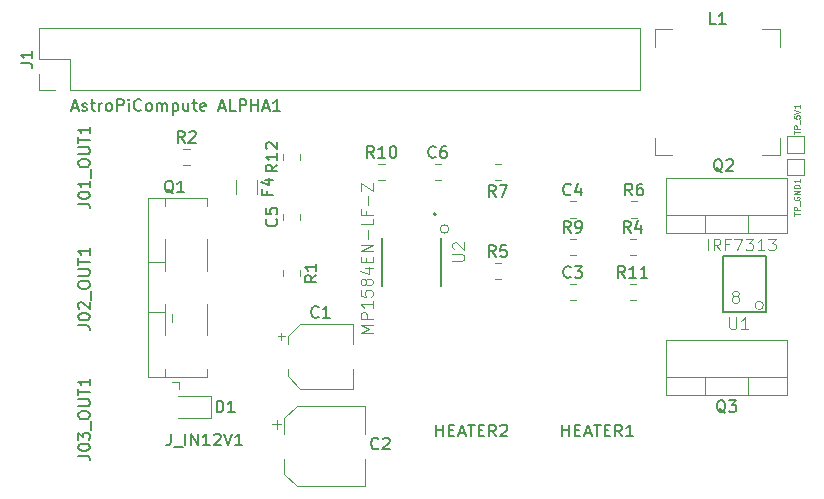
<source format=gbr>
G04 #@! TF.GenerationSoftware,KiCad,Pcbnew,5.1.4+dfsg1-1*
G04 #@! TF.CreationDate,2020-02-08T14:29:18+01:00*
G04 #@! TF.ProjectId,AstriPiCompute,41737472-6950-4694-936f-6d707574652e,rev?*
G04 #@! TF.SameCoordinates,Original*
G04 #@! TF.FileFunction,Legend,Top*
G04 #@! TF.FilePolarity,Positive*
%FSLAX46Y46*%
G04 Gerber Fmt 4.6, Leading zero omitted, Abs format (unit mm)*
G04 Created by KiCad (PCBNEW 5.1.4+dfsg1-1) date 2020-02-08 14:29:18*
%MOMM*%
%LPD*%
G04 APERTURE LIST*
%ADD10C,0.150000*%
%ADD11C,0.120000*%
%ADD12C,0.127000*%
%ADD13C,0.050800*%
%ADD14C,0.200000*%
%ADD15C,0.050000*%
G04 APERTURE END LIST*
D10*
X4017476Y-8929666D02*
X4493666Y-8929666D01*
X3922238Y-9215380D02*
X4255571Y-8215380D01*
X4588904Y-9215380D01*
X4874619Y-9167761D02*
X4969857Y-9215380D01*
X5160333Y-9215380D01*
X5255571Y-9167761D01*
X5303190Y-9072523D01*
X5303190Y-9024904D01*
X5255571Y-8929666D01*
X5160333Y-8882047D01*
X5017476Y-8882047D01*
X4922238Y-8834428D01*
X4874619Y-8739190D01*
X4874619Y-8691571D01*
X4922238Y-8596333D01*
X5017476Y-8548714D01*
X5160333Y-8548714D01*
X5255571Y-8596333D01*
X5588904Y-8548714D02*
X5969857Y-8548714D01*
X5731761Y-8215380D02*
X5731761Y-9072523D01*
X5779380Y-9167761D01*
X5874619Y-9215380D01*
X5969857Y-9215380D01*
X6303190Y-9215380D02*
X6303190Y-8548714D01*
X6303190Y-8739190D02*
X6350809Y-8643952D01*
X6398428Y-8596333D01*
X6493666Y-8548714D01*
X6588904Y-8548714D01*
X7065095Y-9215380D02*
X6969857Y-9167761D01*
X6922238Y-9120142D01*
X6874619Y-9024904D01*
X6874619Y-8739190D01*
X6922238Y-8643952D01*
X6969857Y-8596333D01*
X7065095Y-8548714D01*
X7207952Y-8548714D01*
X7303190Y-8596333D01*
X7350809Y-8643952D01*
X7398428Y-8739190D01*
X7398428Y-9024904D01*
X7350809Y-9120142D01*
X7303190Y-9167761D01*
X7207952Y-9215380D01*
X7065095Y-9215380D01*
X7826999Y-9215380D02*
X7826999Y-8215380D01*
X8207952Y-8215380D01*
X8303190Y-8263000D01*
X8350809Y-8310619D01*
X8398428Y-8405857D01*
X8398428Y-8548714D01*
X8350809Y-8643952D01*
X8303190Y-8691571D01*
X8207952Y-8739190D01*
X7826999Y-8739190D01*
X8826999Y-9215380D02*
X8826999Y-8548714D01*
X8826999Y-8215380D02*
X8779380Y-8263000D01*
X8826999Y-8310619D01*
X8874619Y-8263000D01*
X8826999Y-8215380D01*
X8826999Y-8310619D01*
X9874619Y-9120142D02*
X9826999Y-9167761D01*
X9684142Y-9215380D01*
X9588904Y-9215380D01*
X9446047Y-9167761D01*
X9350809Y-9072523D01*
X9303190Y-8977285D01*
X9255571Y-8786809D01*
X9255571Y-8643952D01*
X9303190Y-8453476D01*
X9350809Y-8358238D01*
X9446047Y-8263000D01*
X9588904Y-8215380D01*
X9684142Y-8215380D01*
X9826999Y-8263000D01*
X9874619Y-8310619D01*
X10446047Y-9215380D02*
X10350809Y-9167761D01*
X10303190Y-9120142D01*
X10255571Y-9024904D01*
X10255571Y-8739190D01*
X10303190Y-8643952D01*
X10350809Y-8596333D01*
X10446047Y-8548714D01*
X10588904Y-8548714D01*
X10684142Y-8596333D01*
X10731761Y-8643952D01*
X10779380Y-8739190D01*
X10779380Y-9024904D01*
X10731761Y-9120142D01*
X10684142Y-9167761D01*
X10588904Y-9215380D01*
X10446047Y-9215380D01*
X11207952Y-9215380D02*
X11207952Y-8548714D01*
X11207952Y-8643952D02*
X11255571Y-8596333D01*
X11350809Y-8548714D01*
X11493666Y-8548714D01*
X11588904Y-8596333D01*
X11636523Y-8691571D01*
X11636523Y-9215380D01*
X11636523Y-8691571D02*
X11684142Y-8596333D01*
X11779380Y-8548714D01*
X11922238Y-8548714D01*
X12017476Y-8596333D01*
X12065095Y-8691571D01*
X12065095Y-9215380D01*
X12541285Y-8548714D02*
X12541285Y-9548714D01*
X12541285Y-8596333D02*
X12636523Y-8548714D01*
X12826999Y-8548714D01*
X12922238Y-8596333D01*
X12969857Y-8643952D01*
X13017476Y-8739190D01*
X13017476Y-9024904D01*
X12969857Y-9120142D01*
X12922238Y-9167761D01*
X12826999Y-9215380D01*
X12636523Y-9215380D01*
X12541285Y-9167761D01*
X13874619Y-8548714D02*
X13874619Y-9215380D01*
X13446047Y-8548714D02*
X13446047Y-9072523D01*
X13493666Y-9167761D01*
X13588904Y-9215380D01*
X13731761Y-9215380D01*
X13826999Y-9167761D01*
X13874619Y-9120142D01*
X14207952Y-8548714D02*
X14588904Y-8548714D01*
X14350809Y-8215380D02*
X14350809Y-9072523D01*
X14398428Y-9167761D01*
X14493666Y-9215380D01*
X14588904Y-9215380D01*
X15303190Y-9167761D02*
X15207952Y-9215380D01*
X15017476Y-9215380D01*
X14922238Y-9167761D01*
X14874619Y-9072523D01*
X14874619Y-8691571D01*
X14922238Y-8596333D01*
X15017476Y-8548714D01*
X15207952Y-8548714D01*
X15303190Y-8596333D01*
X15350809Y-8691571D01*
X15350809Y-8786809D01*
X14874619Y-8882047D01*
X16493666Y-8929666D02*
X16969857Y-8929666D01*
X16398428Y-9215380D02*
X16731761Y-8215380D01*
X17065095Y-9215380D01*
X17874619Y-9215380D02*
X17398428Y-9215380D01*
X17398428Y-8215380D01*
X18207952Y-9215380D02*
X18207952Y-8215380D01*
X18588904Y-8215380D01*
X18684142Y-8263000D01*
X18731761Y-8310619D01*
X18779380Y-8405857D01*
X18779380Y-8548714D01*
X18731761Y-8643952D01*
X18684142Y-8691571D01*
X18588904Y-8739190D01*
X18207952Y-8739190D01*
X19207952Y-9215380D02*
X19207952Y-8215380D01*
X19207952Y-8691571D02*
X19779380Y-8691571D01*
X19779380Y-9215380D02*
X19779380Y-8215380D01*
X20207952Y-8929666D02*
X20684142Y-8929666D01*
X20112714Y-9215380D02*
X20446047Y-8215380D01*
X20779380Y-9215380D01*
X21636523Y-9215380D02*
X21065095Y-9215380D01*
X21350809Y-9215380D02*
X21350809Y-8215380D01*
X21255571Y-8358238D01*
X21160333Y-8453476D01*
X21065095Y-8501095D01*
D11*
X35919210Y-19208000D02*
G75*
G03X35919210Y-19208000I-359210J0D01*
G01*
X12446000Y-26447000D02*
X12446000Y-27082000D01*
X13081000Y-32162000D02*
X12446000Y-32162000D01*
X13081000Y-32797000D02*
X13081000Y-32162000D01*
X64578000Y-14670000D02*
X64578000Y-13270000D01*
X65978000Y-14670000D02*
X64578000Y-14670000D01*
X65978000Y-13270000D02*
X65978000Y-14670000D01*
X64578000Y-13270000D02*
X65978000Y-13270000D01*
X64578000Y-12765000D02*
X64578000Y-11365000D01*
X65978000Y-12765000D02*
X64578000Y-12765000D01*
X65978000Y-11365000D02*
X65978000Y-12765000D01*
X64578000Y-11365000D02*
X65978000Y-11365000D01*
X10426000Y-31737000D02*
X10426000Y-16557000D01*
X15466000Y-31737000D02*
X15466000Y-31022000D01*
X15466000Y-28222000D02*
X15466000Y-25547000D01*
X15466000Y-22747000D02*
X15466000Y-20072000D01*
X15466000Y-17272000D02*
X15466000Y-16557000D01*
X10426000Y-31737000D02*
X15466000Y-31737000D01*
X10426000Y-16557000D02*
X15466000Y-16557000D01*
X11936000Y-31737000D02*
X11936000Y-31022000D01*
X11936000Y-28222000D02*
X11936000Y-25547000D01*
X11936000Y-22747000D02*
X11936000Y-20072000D01*
X11936000Y-17272000D02*
X11936000Y-16557000D01*
X10426000Y-26262000D02*
X11936000Y-26262000D01*
X10426000Y-22032000D02*
X11936000Y-22032000D01*
X53362000Y-2260000D02*
X53362000Y-3760000D01*
X53362000Y-2260000D02*
X54862000Y-2260000D01*
X63982000Y-2260000D02*
X62482000Y-2260000D01*
X63982000Y-2260000D02*
X63982000Y-3760000D01*
X63982000Y-12980000D02*
X63982000Y-11480000D01*
X53362000Y-12980000D02*
X53362000Y-11480000D01*
X63982000Y-12980000D02*
X62482000Y-12980000D01*
X53362000Y-12980000D02*
X54862000Y-12980000D01*
D12*
X62763400Y-26238200D02*
X62763400Y-21513800D01*
X62763400Y-21513800D02*
X59156600Y-21513800D01*
X59156600Y-21513800D02*
X59156600Y-26238200D01*
X59156600Y-26238200D02*
X62763400Y-26238200D01*
D13*
X62560200Y-25679400D02*
G75*
G03X62560200Y-25679400I-355600J0D01*
G01*
D11*
X23316000Y-18450578D02*
X23316000Y-17933422D01*
X21896000Y-18450578D02*
X21896000Y-17933422D01*
X1210000Y-7426000D02*
X1210000Y-6096000D01*
X2540000Y-7426000D02*
X1210000Y-7426000D01*
X1210000Y-4826000D02*
X1210000Y-2226000D01*
X3810000Y-4826000D02*
X1210000Y-4826000D01*
X3810000Y-7426000D02*
X3810000Y-4826000D01*
X1210000Y-2226000D02*
X52130000Y-2226000D01*
X3810000Y-7426000D02*
X52130000Y-7426000D01*
X52130000Y-7426000D02*
X52130000Y-2226000D01*
X17886000Y-15049936D02*
X17886000Y-16254064D01*
X19706000Y-15049936D02*
X19706000Y-16254064D01*
X27820000Y-32732000D02*
X27820000Y-31032000D01*
X27820000Y-27212000D02*
X27820000Y-28912000D01*
X23364437Y-27212000D02*
X27820000Y-27212000D01*
X23364437Y-32732000D02*
X27820000Y-32732000D01*
X22300000Y-31667563D02*
X22300000Y-31032000D01*
X22300000Y-28276437D02*
X22300000Y-28912000D01*
X22300000Y-28276437D02*
X23364437Y-27212000D01*
X22300000Y-31667563D02*
X23364437Y-32732000D01*
X21435000Y-28287000D02*
X22060000Y-28287000D01*
X21747500Y-27974500D02*
X21747500Y-28599500D01*
X21356250Y-35350750D02*
X21356250Y-36138250D01*
X20962500Y-35744500D02*
X21750000Y-35744500D01*
X21990000Y-39937563D02*
X23054437Y-41002000D01*
X21990000Y-35246437D02*
X23054437Y-34182000D01*
X21990000Y-35246437D02*
X21990000Y-36532000D01*
X21990000Y-39937563D02*
X21990000Y-38652000D01*
X23054437Y-41002000D02*
X28810000Y-41002000D01*
X23054437Y-34182000D02*
X28810000Y-34182000D01*
X28810000Y-34182000D02*
X28810000Y-36532000D01*
X28810000Y-41002000D02*
X28810000Y-38652000D01*
X46144922Y-25252000D02*
X46662078Y-25252000D01*
X46144922Y-23832000D02*
X46662078Y-23832000D01*
X46144922Y-16857001D02*
X46662078Y-16857001D01*
X46144922Y-18277001D02*
X46662078Y-18277001D01*
X34714922Y-13672000D02*
X35232078Y-13672000D01*
X34714922Y-15092000D02*
X35232078Y-15092000D01*
X64556000Y-19526000D02*
X54316000Y-19526000D01*
X64556000Y-14885000D02*
X54316000Y-14885000D01*
X64556000Y-19526000D02*
X64556000Y-14885000D01*
X54316000Y-19526000D02*
X54316000Y-14885000D01*
X64556000Y-18016000D02*
X54316000Y-18016000D01*
X61286000Y-19526000D02*
X61286000Y-18016000D01*
X57585000Y-19526000D02*
X57585000Y-18016000D01*
X57585000Y-33242000D02*
X57585000Y-31732000D01*
X61286000Y-33242000D02*
X61286000Y-31732000D01*
X64556000Y-31732000D02*
X54316000Y-31732000D01*
X54316000Y-33242000D02*
X54316000Y-28601000D01*
X64556000Y-33242000D02*
X64556000Y-28601000D01*
X64556000Y-28601000D02*
X54316000Y-28601000D01*
X64556000Y-33242000D02*
X54316000Y-33242000D01*
X21896000Y-22680922D02*
X21896000Y-23198078D01*
X23316000Y-22680922D02*
X23316000Y-23198078D01*
X13457422Y-12402000D02*
X13974578Y-12402000D01*
X13457422Y-13822000D02*
X13974578Y-13822000D01*
X51224922Y-20022000D02*
X51742078Y-20022000D01*
X51224922Y-21442000D02*
X51742078Y-21442000D01*
X39794922Y-22054000D02*
X40312078Y-22054000D01*
X39794922Y-23474000D02*
X40312078Y-23474000D01*
X51352423Y-18277001D02*
X51869579Y-18277001D01*
X51352423Y-16857001D02*
X51869579Y-16857001D01*
X40312078Y-13672000D02*
X39794922Y-13672000D01*
X40312078Y-15092000D02*
X39794922Y-15092000D01*
X46144922Y-20022000D02*
X46662078Y-20022000D01*
X46144922Y-21442000D02*
X46662078Y-21442000D01*
X29967422Y-13672000D02*
X30484578Y-13672000D01*
X29967422Y-15092000D02*
X30484578Y-15092000D01*
X51224922Y-25252000D02*
X51742078Y-25252000D01*
X51224922Y-23832000D02*
X51742078Y-23832000D01*
X23316000Y-13370578D02*
X23316000Y-12853422D01*
X21896000Y-13370578D02*
X21896000Y-12853422D01*
D14*
X34846000Y-17962000D02*
G75*
G03X34846000Y-17962000I-100000J0D01*
G01*
D12*
X35266000Y-24002000D02*
X35266000Y-20002000D01*
X30266000Y-20002000D02*
X30266000Y-24002000D01*
D11*
X12961000Y-35250000D02*
X15821000Y-35250000D01*
X15821000Y-35250000D02*
X15821000Y-33330000D01*
X15821000Y-33330000D02*
X12961000Y-33330000D01*
D10*
X12382857Y-36536380D02*
X12382857Y-37250666D01*
X12335238Y-37393523D01*
X12240000Y-37488761D01*
X12097142Y-37536380D01*
X12001904Y-37536380D01*
X12620952Y-37631619D02*
X13382857Y-37631619D01*
X13620952Y-37536380D02*
X13620952Y-36536380D01*
X14097142Y-37536380D02*
X14097142Y-36536380D01*
X14668571Y-37536380D01*
X14668571Y-36536380D01*
X15668571Y-37536380D02*
X15097142Y-37536380D01*
X15382857Y-37536380D02*
X15382857Y-36536380D01*
X15287619Y-36679238D01*
X15192380Y-36774476D01*
X15097142Y-36822095D01*
X16049523Y-36631619D02*
X16097142Y-36584000D01*
X16192380Y-36536380D01*
X16430476Y-36536380D01*
X16525714Y-36584000D01*
X16573333Y-36631619D01*
X16620952Y-36726857D01*
X16620952Y-36822095D01*
X16573333Y-36964952D01*
X16001904Y-37536380D01*
X16620952Y-37536380D01*
X16906666Y-36536380D02*
X17240000Y-37536380D01*
X17573333Y-36536380D01*
X18430476Y-37536380D02*
X17859047Y-37536380D01*
X18144761Y-37536380D02*
X18144761Y-36536380D01*
X18049523Y-36679238D01*
X17954285Y-36774476D01*
X17859047Y-36822095D01*
X4532380Y-38401238D02*
X5246666Y-38401238D01*
X5389523Y-38448857D01*
X5484761Y-38544095D01*
X5532380Y-38686952D01*
X5532380Y-38782190D01*
X4532380Y-37734571D02*
X4532380Y-37639333D01*
X4580000Y-37544095D01*
X4627619Y-37496476D01*
X4722857Y-37448857D01*
X4913333Y-37401238D01*
X5151428Y-37401238D01*
X5341904Y-37448857D01*
X5437142Y-37496476D01*
X5484761Y-37544095D01*
X5532380Y-37639333D01*
X5532380Y-37734571D01*
X5484761Y-37829809D01*
X5437142Y-37877428D01*
X5341904Y-37925047D01*
X5151428Y-37972666D01*
X4913333Y-37972666D01*
X4722857Y-37925047D01*
X4627619Y-37877428D01*
X4580000Y-37829809D01*
X4532380Y-37734571D01*
X4532380Y-37067904D02*
X4532380Y-36448857D01*
X4913333Y-36782190D01*
X4913333Y-36639333D01*
X4960952Y-36544095D01*
X5008571Y-36496476D01*
X5103809Y-36448857D01*
X5341904Y-36448857D01*
X5437142Y-36496476D01*
X5484761Y-36544095D01*
X5532380Y-36639333D01*
X5532380Y-36925047D01*
X5484761Y-37020285D01*
X5437142Y-37067904D01*
X5627619Y-36258380D02*
X5627619Y-35496476D01*
X4532380Y-35067904D02*
X4532380Y-34877428D01*
X4580000Y-34782190D01*
X4675238Y-34686952D01*
X4865714Y-34639333D01*
X5199047Y-34639333D01*
X5389523Y-34686952D01*
X5484761Y-34782190D01*
X5532380Y-34877428D01*
X5532380Y-35067904D01*
X5484761Y-35163142D01*
X5389523Y-35258380D01*
X5199047Y-35306000D01*
X4865714Y-35306000D01*
X4675238Y-35258380D01*
X4580000Y-35163142D01*
X4532380Y-35067904D01*
X4532380Y-34210761D02*
X5341904Y-34210761D01*
X5437142Y-34163142D01*
X5484761Y-34115523D01*
X5532380Y-34020285D01*
X5532380Y-33829809D01*
X5484761Y-33734571D01*
X5437142Y-33686952D01*
X5341904Y-33639333D01*
X4532380Y-33639333D01*
X4532380Y-33306000D02*
X4532380Y-32734571D01*
X5532380Y-33020285D02*
X4532380Y-33020285D01*
X5532380Y-31877428D02*
X5532380Y-32448857D01*
X5532380Y-32163142D02*
X4532380Y-32163142D01*
X4675238Y-32258380D01*
X4770476Y-32353619D01*
X4818095Y-32448857D01*
X4532380Y-27352238D02*
X5246666Y-27352238D01*
X5389523Y-27399857D01*
X5484761Y-27495095D01*
X5532380Y-27637952D01*
X5532380Y-27733190D01*
X4532380Y-26685571D02*
X4532380Y-26590333D01*
X4580000Y-26495095D01*
X4627619Y-26447476D01*
X4722857Y-26399857D01*
X4913333Y-26352238D01*
X5151428Y-26352238D01*
X5341904Y-26399857D01*
X5437142Y-26447476D01*
X5484761Y-26495095D01*
X5532380Y-26590333D01*
X5532380Y-26685571D01*
X5484761Y-26780809D01*
X5437142Y-26828428D01*
X5341904Y-26876047D01*
X5151428Y-26923666D01*
X4913333Y-26923666D01*
X4722857Y-26876047D01*
X4627619Y-26828428D01*
X4580000Y-26780809D01*
X4532380Y-26685571D01*
X4627619Y-25971285D02*
X4580000Y-25923666D01*
X4532380Y-25828428D01*
X4532380Y-25590333D01*
X4580000Y-25495095D01*
X4627619Y-25447476D01*
X4722857Y-25399857D01*
X4818095Y-25399857D01*
X4960952Y-25447476D01*
X5532380Y-26018904D01*
X5532380Y-25399857D01*
X5627619Y-25209380D02*
X5627619Y-24447476D01*
X4532380Y-24018904D02*
X4532380Y-23828428D01*
X4580000Y-23733190D01*
X4675238Y-23637952D01*
X4865714Y-23590333D01*
X5199047Y-23590333D01*
X5389523Y-23637952D01*
X5484761Y-23733190D01*
X5532380Y-23828428D01*
X5532380Y-24018904D01*
X5484761Y-24114142D01*
X5389523Y-24209380D01*
X5199047Y-24257000D01*
X4865714Y-24257000D01*
X4675238Y-24209380D01*
X4580000Y-24114142D01*
X4532380Y-24018904D01*
X4532380Y-23161761D02*
X5341904Y-23161761D01*
X5437142Y-23114142D01*
X5484761Y-23066523D01*
X5532380Y-22971285D01*
X5532380Y-22780809D01*
X5484761Y-22685571D01*
X5437142Y-22637952D01*
X5341904Y-22590333D01*
X4532380Y-22590333D01*
X4532380Y-22257000D02*
X4532380Y-21685571D01*
X5532380Y-21971285D02*
X4532380Y-21971285D01*
X5532380Y-20828428D02*
X5532380Y-21399857D01*
X5532380Y-21114142D02*
X4532380Y-21114142D01*
X4675238Y-21209380D01*
X4770476Y-21304619D01*
X4818095Y-21399857D01*
X4532380Y-17065238D02*
X5246666Y-17065238D01*
X5389523Y-17112857D01*
X5484761Y-17208095D01*
X5532380Y-17350952D01*
X5532380Y-17446190D01*
X4532380Y-16398571D02*
X4532380Y-16303333D01*
X4580000Y-16208095D01*
X4627619Y-16160476D01*
X4722857Y-16112857D01*
X4913333Y-16065238D01*
X5151428Y-16065238D01*
X5341904Y-16112857D01*
X5437142Y-16160476D01*
X5484761Y-16208095D01*
X5532380Y-16303333D01*
X5532380Y-16398571D01*
X5484761Y-16493809D01*
X5437142Y-16541428D01*
X5341904Y-16589047D01*
X5151428Y-16636666D01*
X4913333Y-16636666D01*
X4722857Y-16589047D01*
X4627619Y-16541428D01*
X4580000Y-16493809D01*
X4532380Y-16398571D01*
X5532380Y-15112857D02*
X5532380Y-15684285D01*
X5532380Y-15398571D02*
X4532380Y-15398571D01*
X4675238Y-15493809D01*
X4770476Y-15589047D01*
X4818095Y-15684285D01*
X5627619Y-14922380D02*
X5627619Y-14160476D01*
X4532380Y-13731904D02*
X4532380Y-13541428D01*
X4580000Y-13446190D01*
X4675238Y-13350952D01*
X4865714Y-13303333D01*
X5199047Y-13303333D01*
X5389523Y-13350952D01*
X5484761Y-13446190D01*
X5532380Y-13541428D01*
X5532380Y-13731904D01*
X5484761Y-13827142D01*
X5389523Y-13922380D01*
X5199047Y-13970000D01*
X4865714Y-13970000D01*
X4675238Y-13922380D01*
X4580000Y-13827142D01*
X4532380Y-13731904D01*
X4532380Y-12874761D02*
X5341904Y-12874761D01*
X5437142Y-12827142D01*
X5484761Y-12779523D01*
X5532380Y-12684285D01*
X5532380Y-12493809D01*
X5484761Y-12398571D01*
X5437142Y-12350952D01*
X5341904Y-12303333D01*
X4532380Y-12303333D01*
X4532380Y-11970000D02*
X4532380Y-11398571D01*
X5532380Y-11684285D02*
X4532380Y-11684285D01*
X5532380Y-10541428D02*
X5532380Y-11112857D01*
X5532380Y-10827142D02*
X4532380Y-10827142D01*
X4675238Y-10922380D01*
X4770476Y-11017619D01*
X4818095Y-11112857D01*
D15*
X65131190Y-18093333D02*
X65131190Y-17807619D01*
X65631190Y-17950476D02*
X65131190Y-17950476D01*
X65631190Y-17640952D02*
X65131190Y-17640952D01*
X65131190Y-17450476D01*
X65155000Y-17402857D01*
X65178809Y-17379047D01*
X65226428Y-17355238D01*
X65297857Y-17355238D01*
X65345476Y-17379047D01*
X65369285Y-17402857D01*
X65393095Y-17450476D01*
X65393095Y-17640952D01*
X65678809Y-17260000D02*
X65678809Y-16879047D01*
X65155000Y-16498095D02*
X65131190Y-16545714D01*
X65131190Y-16617142D01*
X65155000Y-16688571D01*
X65202619Y-16736190D01*
X65250238Y-16760000D01*
X65345476Y-16783809D01*
X65416904Y-16783809D01*
X65512142Y-16760000D01*
X65559761Y-16736190D01*
X65607380Y-16688571D01*
X65631190Y-16617142D01*
X65631190Y-16569523D01*
X65607380Y-16498095D01*
X65583571Y-16474285D01*
X65416904Y-16474285D01*
X65416904Y-16569523D01*
X65631190Y-16260000D02*
X65131190Y-16260000D01*
X65631190Y-15974285D01*
X65131190Y-15974285D01*
X65631190Y-15736190D02*
X65131190Y-15736190D01*
X65131190Y-15617142D01*
X65155000Y-15545714D01*
X65202619Y-15498095D01*
X65250238Y-15474285D01*
X65345476Y-15450476D01*
X65416904Y-15450476D01*
X65512142Y-15474285D01*
X65559761Y-15498095D01*
X65607380Y-15545714D01*
X65631190Y-15617142D01*
X65631190Y-15736190D01*
X65631190Y-14974285D02*
X65631190Y-15260000D01*
X65631190Y-15117142D02*
X65131190Y-15117142D01*
X65202619Y-15164761D01*
X65250238Y-15212380D01*
X65274047Y-15260000D01*
X65131190Y-11179809D02*
X65131190Y-10894095D01*
X65631190Y-11036952D02*
X65131190Y-11036952D01*
X65631190Y-10727428D02*
X65131190Y-10727428D01*
X65131190Y-10536952D01*
X65155000Y-10489333D01*
X65178809Y-10465523D01*
X65226428Y-10441714D01*
X65297857Y-10441714D01*
X65345476Y-10465523D01*
X65369285Y-10489333D01*
X65393095Y-10536952D01*
X65393095Y-10727428D01*
X65678809Y-10346476D02*
X65678809Y-9965523D01*
X65131190Y-9608380D02*
X65131190Y-9846476D01*
X65369285Y-9870285D01*
X65345476Y-9846476D01*
X65321666Y-9798857D01*
X65321666Y-9679809D01*
X65345476Y-9632190D01*
X65369285Y-9608380D01*
X65416904Y-9584571D01*
X65535952Y-9584571D01*
X65583571Y-9608380D01*
X65607380Y-9632190D01*
X65631190Y-9679809D01*
X65631190Y-9798857D01*
X65607380Y-9846476D01*
X65583571Y-9870285D01*
X65131190Y-9441714D02*
X65631190Y-9275047D01*
X65131190Y-9108380D01*
X65631190Y-8679809D02*
X65631190Y-8965523D01*
X65631190Y-8822666D02*
X65131190Y-8822666D01*
X65202619Y-8870285D01*
X65250238Y-8917904D01*
X65274047Y-8965523D01*
D10*
X12604761Y-16199619D02*
X12509523Y-16152000D01*
X12414285Y-16056761D01*
X12271428Y-15913904D01*
X12176190Y-15866285D01*
X12080952Y-15866285D01*
X12128571Y-16104380D02*
X12033333Y-16056761D01*
X11938095Y-15961523D01*
X11890476Y-15771047D01*
X11890476Y-15437714D01*
X11938095Y-15247238D01*
X12033333Y-15152000D01*
X12128571Y-15104380D01*
X12319047Y-15104380D01*
X12414285Y-15152000D01*
X12509523Y-15247238D01*
X12557142Y-15437714D01*
X12557142Y-15771047D01*
X12509523Y-15961523D01*
X12414285Y-16056761D01*
X12319047Y-16104380D01*
X12128571Y-16104380D01*
X13509523Y-16104380D02*
X12938095Y-16104380D01*
X13223809Y-16104380D02*
X13223809Y-15104380D01*
X13128571Y-15247238D01*
X13033333Y-15342476D01*
X12938095Y-15390095D01*
X58505333Y-1872380D02*
X58029142Y-1872380D01*
X58029142Y-872380D01*
X59362476Y-1872380D02*
X58791047Y-1872380D01*
X59076761Y-1872380D02*
X59076761Y-872380D01*
X58981523Y-1015238D01*
X58886285Y-1110476D01*
X58791047Y-1158095D01*
D15*
X59688470Y-26697500D02*
X59688470Y-27508060D01*
X59736150Y-27603420D01*
X59783830Y-27651100D01*
X59879190Y-27698780D01*
X60069910Y-27698780D01*
X60165270Y-27651100D01*
X60212950Y-27603420D01*
X60260630Y-27508060D01*
X60260630Y-26697500D01*
X61261910Y-27698780D02*
X60689750Y-27698780D01*
X60975830Y-27698780D02*
X60975830Y-26697500D01*
X60880470Y-26840540D01*
X60785110Y-26935900D01*
X60689750Y-26983580D01*
X57871023Y-21026643D02*
X57871023Y-20026063D01*
X58919250Y-21026643D02*
X58585723Y-20550176D01*
X58347490Y-21026643D02*
X58347490Y-20026063D01*
X58728663Y-20026063D01*
X58823956Y-20073710D01*
X58871603Y-20121356D01*
X58919250Y-20216650D01*
X58919250Y-20359590D01*
X58871603Y-20454883D01*
X58823956Y-20502530D01*
X58728663Y-20550176D01*
X58347490Y-20550176D01*
X59681596Y-20502530D02*
X59348070Y-20502530D01*
X59348070Y-21026643D02*
X59348070Y-20026063D01*
X59824536Y-20026063D01*
X60110416Y-20026063D02*
X60777470Y-20026063D01*
X60348650Y-21026643D01*
X61063350Y-20026063D02*
X61682756Y-20026063D01*
X61349230Y-20407236D01*
X61492170Y-20407236D01*
X61587463Y-20454883D01*
X61635110Y-20502530D01*
X61682756Y-20597823D01*
X61682756Y-20836056D01*
X61635110Y-20931350D01*
X61587463Y-20978996D01*
X61492170Y-21026643D01*
X61206290Y-21026643D01*
X61110996Y-20978996D01*
X61063350Y-20931350D01*
X62635690Y-21026643D02*
X62063930Y-21026643D01*
X62349810Y-21026643D02*
X62349810Y-20026063D01*
X62254516Y-20169003D01*
X62159223Y-20264296D01*
X62063930Y-20311943D01*
X62969216Y-20026063D02*
X63588623Y-20026063D01*
X63255096Y-20407236D01*
X63398036Y-20407236D01*
X63493330Y-20454883D01*
X63540976Y-20502530D01*
X63588623Y-20597823D01*
X63588623Y-20836056D01*
X63540976Y-20931350D01*
X63493330Y-20978996D01*
X63398036Y-21026643D01*
X63112156Y-21026643D01*
X63016863Y-20978996D01*
X62969216Y-20931350D01*
X60102205Y-24900782D02*
X60006967Y-24853163D01*
X59959348Y-24805544D01*
X59911729Y-24710306D01*
X59911729Y-24662687D01*
X59959348Y-24567449D01*
X60006967Y-24519830D01*
X60102205Y-24472210D01*
X60292682Y-24472210D01*
X60387920Y-24519830D01*
X60435539Y-24567449D01*
X60483158Y-24662687D01*
X60483158Y-24710306D01*
X60435539Y-24805544D01*
X60387920Y-24853163D01*
X60292682Y-24900782D01*
X60102205Y-24900782D01*
X60006967Y-24948401D01*
X59959348Y-24996020D01*
X59911729Y-25091258D01*
X59911729Y-25281734D01*
X59959348Y-25376972D01*
X60006967Y-25424591D01*
X60102205Y-25472210D01*
X60292682Y-25472210D01*
X60387920Y-25424591D01*
X60435539Y-25376972D01*
X60483158Y-25281734D01*
X60483158Y-25091258D01*
X60435539Y-24996020D01*
X60387920Y-24948401D01*
X60292682Y-24900782D01*
D10*
X21313142Y-18358666D02*
X21360761Y-18406285D01*
X21408380Y-18549142D01*
X21408380Y-18644380D01*
X21360761Y-18787238D01*
X21265523Y-18882476D01*
X21170285Y-18930095D01*
X20979809Y-18977714D01*
X20836952Y-18977714D01*
X20646476Y-18930095D01*
X20551238Y-18882476D01*
X20456000Y-18787238D01*
X20408380Y-18644380D01*
X20408380Y-18549142D01*
X20456000Y-18406285D01*
X20503619Y-18358666D01*
X20408380Y-17453904D02*
X20408380Y-17930095D01*
X20884571Y-17977714D01*
X20836952Y-17930095D01*
X20789333Y-17834857D01*
X20789333Y-17596761D01*
X20836952Y-17501523D01*
X20884571Y-17453904D01*
X20979809Y-17406285D01*
X21217904Y-17406285D01*
X21313142Y-17453904D01*
X21360761Y-17501523D01*
X21408380Y-17596761D01*
X21408380Y-17834857D01*
X21360761Y-17930095D01*
X21313142Y-17977714D01*
X-337619Y-5159333D02*
X376666Y-5159333D01*
X519523Y-5206952D01*
X614761Y-5302190D01*
X662380Y-5445047D01*
X662380Y-5540285D01*
X662380Y-4159333D02*
X662380Y-4730761D01*
X662380Y-4445047D02*
X-337619Y-4445047D01*
X-194761Y-4540285D01*
X-99523Y-4635523D01*
X-51904Y-4730761D01*
X20544571Y-15985333D02*
X20544571Y-16318666D01*
X21068380Y-16318666D02*
X20068380Y-16318666D01*
X20068380Y-15842476D01*
X20401714Y-15032952D02*
X21068380Y-15032952D01*
X20020761Y-15271047D02*
X20735047Y-15509142D01*
X20735047Y-14890095D01*
X24893333Y-26629142D02*
X24845714Y-26676761D01*
X24702857Y-26724380D01*
X24607619Y-26724380D01*
X24464761Y-26676761D01*
X24369523Y-26581523D01*
X24321904Y-26486285D01*
X24274285Y-26295809D01*
X24274285Y-26152952D01*
X24321904Y-25962476D01*
X24369523Y-25867238D01*
X24464761Y-25772000D01*
X24607619Y-25724380D01*
X24702857Y-25724380D01*
X24845714Y-25772000D01*
X24893333Y-25819619D01*
X25845714Y-26724380D02*
X25274285Y-26724380D01*
X25560000Y-26724380D02*
X25560000Y-25724380D01*
X25464761Y-25867238D01*
X25369523Y-25962476D01*
X25274285Y-26010095D01*
X29968332Y-37774141D02*
X29920713Y-37821760D01*
X29777856Y-37869379D01*
X29682618Y-37869379D01*
X29539760Y-37821760D01*
X29444522Y-37726522D01*
X29396903Y-37631284D01*
X29349284Y-37440808D01*
X29349284Y-37297951D01*
X29396903Y-37107475D01*
X29444522Y-37012237D01*
X29539760Y-36916999D01*
X29682618Y-36869379D01*
X29777856Y-36869379D01*
X29920713Y-36916999D01*
X29968332Y-36964618D01*
X30349284Y-36964618D02*
X30396903Y-36916999D01*
X30492141Y-36869379D01*
X30730237Y-36869379D01*
X30825475Y-36916999D01*
X30873094Y-36964618D01*
X30920713Y-37059856D01*
X30920713Y-37155094D01*
X30873094Y-37297951D01*
X30301665Y-37869379D01*
X30920713Y-37869379D01*
X46236833Y-23249142D02*
X46189214Y-23296761D01*
X46046357Y-23344380D01*
X45951119Y-23344380D01*
X45808261Y-23296761D01*
X45713023Y-23201523D01*
X45665404Y-23106285D01*
X45617785Y-22915809D01*
X45617785Y-22772952D01*
X45665404Y-22582476D01*
X45713023Y-22487238D01*
X45808261Y-22392000D01*
X45951119Y-22344380D01*
X46046357Y-22344380D01*
X46189214Y-22392000D01*
X46236833Y-22439619D01*
X46570166Y-22344380D02*
X47189214Y-22344380D01*
X46855880Y-22725333D01*
X46998738Y-22725333D01*
X47093976Y-22772952D01*
X47141595Y-22820571D01*
X47189214Y-22915809D01*
X47189214Y-23153904D01*
X47141595Y-23249142D01*
X47093976Y-23296761D01*
X46998738Y-23344380D01*
X46713023Y-23344380D01*
X46617785Y-23296761D01*
X46570166Y-23249142D01*
X46236833Y-16274143D02*
X46189214Y-16321762D01*
X46046357Y-16369381D01*
X45951119Y-16369381D01*
X45808261Y-16321762D01*
X45713023Y-16226524D01*
X45665404Y-16131286D01*
X45617785Y-15940810D01*
X45617785Y-15797953D01*
X45665404Y-15607477D01*
X45713023Y-15512239D01*
X45808261Y-15417001D01*
X45951119Y-15369381D01*
X46046357Y-15369381D01*
X46189214Y-15417001D01*
X46236833Y-15464620D01*
X47093976Y-15702715D02*
X47093976Y-16369381D01*
X46855880Y-15321762D02*
X46617785Y-16036048D01*
X47236833Y-16036048D01*
X34806833Y-13089142D02*
X34759214Y-13136761D01*
X34616357Y-13184380D01*
X34521119Y-13184380D01*
X34378261Y-13136761D01*
X34283023Y-13041523D01*
X34235404Y-12946285D01*
X34187785Y-12755809D01*
X34187785Y-12612952D01*
X34235404Y-12422476D01*
X34283023Y-12327238D01*
X34378261Y-12232000D01*
X34521119Y-12184380D01*
X34616357Y-12184380D01*
X34759214Y-12232000D01*
X34806833Y-12279619D01*
X35663976Y-12184380D02*
X35473500Y-12184380D01*
X35378261Y-12232000D01*
X35330642Y-12279619D01*
X35235404Y-12422476D01*
X35187785Y-12612952D01*
X35187785Y-12993904D01*
X35235404Y-13089142D01*
X35283023Y-13136761D01*
X35378261Y-13184380D01*
X35568738Y-13184380D01*
X35663976Y-13136761D01*
X35711595Y-13089142D01*
X35759214Y-12993904D01*
X35759214Y-12755809D01*
X35711595Y-12660571D01*
X35663976Y-12612952D01*
X35568738Y-12565333D01*
X35378261Y-12565333D01*
X35283023Y-12612952D01*
X35235404Y-12660571D01*
X35187785Y-12755809D01*
X45537809Y-36774380D02*
X45537809Y-35774380D01*
X45537809Y-36250571D02*
X46109238Y-36250571D01*
X46109238Y-36774380D02*
X46109238Y-35774380D01*
X46585428Y-36250571D02*
X46918761Y-36250571D01*
X47061619Y-36774380D02*
X46585428Y-36774380D01*
X46585428Y-35774380D01*
X47061619Y-35774380D01*
X47442571Y-36488666D02*
X47918761Y-36488666D01*
X47347333Y-36774380D02*
X47680666Y-35774380D01*
X48014000Y-36774380D01*
X48204476Y-35774380D02*
X48775904Y-35774380D01*
X48490190Y-36774380D02*
X48490190Y-35774380D01*
X49109238Y-36250571D02*
X49442571Y-36250571D01*
X49585428Y-36774380D02*
X49109238Y-36774380D01*
X49109238Y-35774380D01*
X49585428Y-35774380D01*
X50585428Y-36774380D02*
X50252095Y-36298190D01*
X50014000Y-36774380D02*
X50014000Y-35774380D01*
X50394952Y-35774380D01*
X50490190Y-35822000D01*
X50537809Y-35869619D01*
X50585428Y-35964857D01*
X50585428Y-36107714D01*
X50537809Y-36202952D01*
X50490190Y-36250571D01*
X50394952Y-36298190D01*
X50014000Y-36298190D01*
X51537809Y-36774380D02*
X50966380Y-36774380D01*
X51252095Y-36774380D02*
X51252095Y-35774380D01*
X51156857Y-35917238D01*
X51061619Y-36012476D01*
X50966380Y-36060095D01*
X34869809Y-36774380D02*
X34869809Y-35774380D01*
X34869809Y-36250571D02*
X35441238Y-36250571D01*
X35441238Y-36774380D02*
X35441238Y-35774380D01*
X35917428Y-36250571D02*
X36250761Y-36250571D01*
X36393619Y-36774380D02*
X35917428Y-36774380D01*
X35917428Y-35774380D01*
X36393619Y-35774380D01*
X36774571Y-36488666D02*
X37250761Y-36488666D01*
X36679333Y-36774380D02*
X37012666Y-35774380D01*
X37346000Y-36774380D01*
X37536476Y-35774380D02*
X38107904Y-35774380D01*
X37822190Y-36774380D02*
X37822190Y-35774380D01*
X38441238Y-36250571D02*
X38774571Y-36250571D01*
X38917428Y-36774380D02*
X38441238Y-36774380D01*
X38441238Y-35774380D01*
X38917428Y-35774380D01*
X39917428Y-36774380D02*
X39584095Y-36298190D01*
X39346000Y-36774380D02*
X39346000Y-35774380D01*
X39726952Y-35774380D01*
X39822190Y-35822000D01*
X39869809Y-35869619D01*
X39917428Y-35964857D01*
X39917428Y-36107714D01*
X39869809Y-36202952D01*
X39822190Y-36250571D01*
X39726952Y-36298190D01*
X39346000Y-36298190D01*
X40298380Y-35869619D02*
X40346000Y-35822000D01*
X40441238Y-35774380D01*
X40679333Y-35774380D01*
X40774571Y-35822000D01*
X40822190Y-35869619D01*
X40869809Y-35964857D01*
X40869809Y-36060095D01*
X40822190Y-36202952D01*
X40250761Y-36774380D01*
X40869809Y-36774380D01*
X59086761Y-14390619D02*
X58991523Y-14343000D01*
X58896285Y-14247761D01*
X58753428Y-14104904D01*
X58658190Y-14057285D01*
X58562952Y-14057285D01*
X58610571Y-14295380D02*
X58515333Y-14247761D01*
X58420095Y-14152523D01*
X58372476Y-13962047D01*
X58372476Y-13628714D01*
X58420095Y-13438238D01*
X58515333Y-13343000D01*
X58610571Y-13295380D01*
X58801047Y-13295380D01*
X58896285Y-13343000D01*
X58991523Y-13438238D01*
X59039142Y-13628714D01*
X59039142Y-13962047D01*
X58991523Y-14152523D01*
X58896285Y-14247761D01*
X58801047Y-14295380D01*
X58610571Y-14295380D01*
X59420095Y-13390619D02*
X59467714Y-13343000D01*
X59562952Y-13295380D01*
X59801047Y-13295380D01*
X59896285Y-13343000D01*
X59943904Y-13390619D01*
X59991523Y-13485857D01*
X59991523Y-13581095D01*
X59943904Y-13723952D01*
X59372476Y-14295380D01*
X59991523Y-14295380D01*
X59340761Y-34789619D02*
X59245523Y-34742000D01*
X59150285Y-34646761D01*
X59007428Y-34503904D01*
X58912190Y-34456285D01*
X58816952Y-34456285D01*
X58864571Y-34694380D02*
X58769333Y-34646761D01*
X58674095Y-34551523D01*
X58626476Y-34361047D01*
X58626476Y-34027714D01*
X58674095Y-33837238D01*
X58769333Y-33742000D01*
X58864571Y-33694380D01*
X59055047Y-33694380D01*
X59150285Y-33742000D01*
X59245523Y-33837238D01*
X59293142Y-34027714D01*
X59293142Y-34361047D01*
X59245523Y-34551523D01*
X59150285Y-34646761D01*
X59055047Y-34694380D01*
X58864571Y-34694380D01*
X59626476Y-33694380D02*
X60245523Y-33694380D01*
X59912190Y-34075333D01*
X60055047Y-34075333D01*
X60150285Y-34122952D01*
X60197904Y-34170571D01*
X60245523Y-34265809D01*
X60245523Y-34503904D01*
X60197904Y-34599142D01*
X60150285Y-34646761D01*
X60055047Y-34694380D01*
X59769333Y-34694380D01*
X59674095Y-34646761D01*
X59626476Y-34599142D01*
X24708380Y-23106166D02*
X24232190Y-23439500D01*
X24708380Y-23677595D02*
X23708380Y-23677595D01*
X23708380Y-23296642D01*
X23756000Y-23201404D01*
X23803619Y-23153785D01*
X23898857Y-23106166D01*
X24041714Y-23106166D01*
X24136952Y-23153785D01*
X24184571Y-23201404D01*
X24232190Y-23296642D01*
X24232190Y-23677595D01*
X24708380Y-22153785D02*
X24708380Y-22725214D01*
X24708380Y-22439500D02*
X23708380Y-22439500D01*
X23851238Y-22534738D01*
X23946476Y-22629976D01*
X23994095Y-22725214D01*
X13549333Y-11914380D02*
X13216000Y-11438190D01*
X12977904Y-11914380D02*
X12977904Y-10914380D01*
X13358857Y-10914380D01*
X13454095Y-10962000D01*
X13501714Y-11009619D01*
X13549333Y-11104857D01*
X13549333Y-11247714D01*
X13501714Y-11342952D01*
X13454095Y-11390571D01*
X13358857Y-11438190D01*
X12977904Y-11438190D01*
X13930285Y-11009619D02*
X13977904Y-10962000D01*
X14073142Y-10914380D01*
X14311238Y-10914380D01*
X14406476Y-10962000D01*
X14454095Y-11009619D01*
X14501714Y-11104857D01*
X14501714Y-11200095D01*
X14454095Y-11342952D01*
X13882666Y-11914380D01*
X14501714Y-11914380D01*
X51316833Y-19534380D02*
X50983500Y-19058190D01*
X50745404Y-19534380D02*
X50745404Y-18534380D01*
X51126357Y-18534380D01*
X51221595Y-18582000D01*
X51269214Y-18629619D01*
X51316833Y-18724857D01*
X51316833Y-18867714D01*
X51269214Y-18962952D01*
X51221595Y-19010571D01*
X51126357Y-19058190D01*
X50745404Y-19058190D01*
X52173976Y-18867714D02*
X52173976Y-19534380D01*
X51935880Y-18486761D02*
X51697785Y-19201047D01*
X52316833Y-19201047D01*
X39886833Y-21566380D02*
X39553500Y-21090190D01*
X39315404Y-21566380D02*
X39315404Y-20566380D01*
X39696357Y-20566380D01*
X39791595Y-20614000D01*
X39839214Y-20661619D01*
X39886833Y-20756857D01*
X39886833Y-20899714D01*
X39839214Y-20994952D01*
X39791595Y-21042571D01*
X39696357Y-21090190D01*
X39315404Y-21090190D01*
X40791595Y-20566380D02*
X40315404Y-20566380D01*
X40267785Y-21042571D01*
X40315404Y-20994952D01*
X40410642Y-20947333D01*
X40648738Y-20947333D01*
X40743976Y-20994952D01*
X40791595Y-21042571D01*
X40839214Y-21137809D01*
X40839214Y-21375904D01*
X40791595Y-21471142D01*
X40743976Y-21518761D01*
X40648738Y-21566380D01*
X40410642Y-21566380D01*
X40315404Y-21518761D01*
X40267785Y-21471142D01*
X51444334Y-16369381D02*
X51111001Y-15893191D01*
X50872905Y-16369381D02*
X50872905Y-15369381D01*
X51253858Y-15369381D01*
X51349096Y-15417001D01*
X51396715Y-15464620D01*
X51444334Y-15559858D01*
X51444334Y-15702715D01*
X51396715Y-15797953D01*
X51349096Y-15845572D01*
X51253858Y-15893191D01*
X50872905Y-15893191D01*
X52301477Y-15369381D02*
X52111001Y-15369381D01*
X52015762Y-15417001D01*
X51968143Y-15464620D01*
X51872905Y-15607477D01*
X51825286Y-15797953D01*
X51825286Y-16178905D01*
X51872905Y-16274143D01*
X51920524Y-16321762D01*
X52015762Y-16369381D01*
X52206239Y-16369381D01*
X52301477Y-16321762D01*
X52349096Y-16274143D01*
X52396715Y-16178905D01*
X52396715Y-15940810D01*
X52349096Y-15845572D01*
X52301477Y-15797953D01*
X52206239Y-15750334D01*
X52015762Y-15750334D01*
X51920524Y-15797953D01*
X51872905Y-15845572D01*
X51825286Y-15940810D01*
X39886833Y-16484380D02*
X39553500Y-16008190D01*
X39315404Y-16484380D02*
X39315404Y-15484380D01*
X39696357Y-15484380D01*
X39791595Y-15532000D01*
X39839214Y-15579619D01*
X39886833Y-15674857D01*
X39886833Y-15817714D01*
X39839214Y-15912952D01*
X39791595Y-15960571D01*
X39696357Y-16008190D01*
X39315404Y-16008190D01*
X40220166Y-15484380D02*
X40886833Y-15484380D01*
X40458261Y-16484380D01*
X46236833Y-19534380D02*
X45903500Y-19058190D01*
X45665404Y-19534380D02*
X45665404Y-18534380D01*
X46046357Y-18534380D01*
X46141595Y-18582000D01*
X46189214Y-18629619D01*
X46236833Y-18724857D01*
X46236833Y-18867714D01*
X46189214Y-18962952D01*
X46141595Y-19010571D01*
X46046357Y-19058190D01*
X45665404Y-19058190D01*
X46713023Y-19534380D02*
X46903500Y-19534380D01*
X46998738Y-19486761D01*
X47046357Y-19439142D01*
X47141595Y-19296285D01*
X47189214Y-19105809D01*
X47189214Y-18724857D01*
X47141595Y-18629619D01*
X47093976Y-18582000D01*
X46998738Y-18534380D01*
X46808261Y-18534380D01*
X46713023Y-18582000D01*
X46665404Y-18629619D01*
X46617785Y-18724857D01*
X46617785Y-18962952D01*
X46665404Y-19058190D01*
X46713023Y-19105809D01*
X46808261Y-19153428D01*
X46998738Y-19153428D01*
X47093976Y-19105809D01*
X47141595Y-19058190D01*
X47189214Y-18962952D01*
X29583142Y-13184380D02*
X29249809Y-12708190D01*
X29011714Y-13184380D02*
X29011714Y-12184380D01*
X29392666Y-12184380D01*
X29487904Y-12232000D01*
X29535523Y-12279619D01*
X29583142Y-12374857D01*
X29583142Y-12517714D01*
X29535523Y-12612952D01*
X29487904Y-12660571D01*
X29392666Y-12708190D01*
X29011714Y-12708190D01*
X30535523Y-13184380D02*
X29964095Y-13184380D01*
X30249809Y-13184380D02*
X30249809Y-12184380D01*
X30154571Y-12327238D01*
X30059333Y-12422476D01*
X29964095Y-12470095D01*
X31154571Y-12184380D02*
X31249809Y-12184380D01*
X31345047Y-12232000D01*
X31392666Y-12279619D01*
X31440285Y-12374857D01*
X31487904Y-12565333D01*
X31487904Y-12803428D01*
X31440285Y-12993904D01*
X31392666Y-13089142D01*
X31345047Y-13136761D01*
X31249809Y-13184380D01*
X31154571Y-13184380D01*
X31059333Y-13136761D01*
X31011714Y-13089142D01*
X30964095Y-12993904D01*
X30916476Y-12803428D01*
X30916476Y-12565333D01*
X30964095Y-12374857D01*
X31011714Y-12279619D01*
X31059333Y-12232000D01*
X31154571Y-12184380D01*
X50840642Y-23344380D02*
X50507309Y-22868190D01*
X50269214Y-23344380D02*
X50269214Y-22344380D01*
X50650166Y-22344380D01*
X50745404Y-22392000D01*
X50793023Y-22439619D01*
X50840642Y-22534857D01*
X50840642Y-22677714D01*
X50793023Y-22772952D01*
X50745404Y-22820571D01*
X50650166Y-22868190D01*
X50269214Y-22868190D01*
X51793023Y-23344380D02*
X51221595Y-23344380D01*
X51507309Y-23344380D02*
X51507309Y-22344380D01*
X51412071Y-22487238D01*
X51316833Y-22582476D01*
X51221595Y-22630095D01*
X52745404Y-23344380D02*
X52173976Y-23344380D01*
X52459690Y-23344380D02*
X52459690Y-22344380D01*
X52364452Y-22487238D01*
X52269214Y-22582476D01*
X52173976Y-22630095D01*
X21408380Y-13754857D02*
X20932190Y-14088190D01*
X21408380Y-14326285D02*
X20408380Y-14326285D01*
X20408380Y-13945333D01*
X20456000Y-13850095D01*
X20503619Y-13802476D01*
X20598857Y-13754857D01*
X20741714Y-13754857D01*
X20836952Y-13802476D01*
X20884571Y-13850095D01*
X20932190Y-13945333D01*
X20932190Y-14326285D01*
X21408380Y-12802476D02*
X21408380Y-13373904D01*
X21408380Y-13088190D02*
X20408380Y-13088190D01*
X20551238Y-13183428D01*
X20646476Y-13278666D01*
X20694095Y-13373904D01*
X20503619Y-12421523D02*
X20456000Y-12373904D01*
X20408380Y-12278666D01*
X20408380Y-12040571D01*
X20456000Y-11945333D01*
X20503619Y-11897714D01*
X20598857Y-11850095D01*
X20694095Y-11850095D01*
X20836952Y-11897714D01*
X21408380Y-12469142D01*
X21408380Y-11850095D01*
D15*
X36231024Y-21903713D02*
X37042183Y-21903713D01*
X37137614Y-21855998D01*
X37185329Y-21808283D01*
X37233044Y-21712852D01*
X37233044Y-21521991D01*
X37185329Y-21426561D01*
X37137614Y-21378846D01*
X37042183Y-21331130D01*
X36231024Y-21331130D01*
X36326455Y-20901693D02*
X36278740Y-20853978D01*
X36231024Y-20758548D01*
X36231024Y-20519971D01*
X36278740Y-20424541D01*
X36326455Y-20376826D01*
X36421885Y-20329110D01*
X36517316Y-20329110D01*
X36660461Y-20376826D01*
X37233044Y-20949409D01*
X37233044Y-20329110D01*
X29472190Y-27986254D02*
X28469250Y-27986254D01*
X29185636Y-27651941D01*
X28469250Y-27317628D01*
X29472190Y-27317628D01*
X29472190Y-26840037D02*
X28469250Y-26840037D01*
X28469250Y-26457965D01*
X28517010Y-26362447D01*
X28564769Y-26314688D01*
X28660287Y-26266929D01*
X28803564Y-26266929D01*
X28899082Y-26314688D01*
X28946841Y-26362447D01*
X28994600Y-26457965D01*
X28994600Y-26840037D01*
X29472190Y-25311748D02*
X29472190Y-25884856D01*
X29472190Y-25598302D02*
X28469250Y-25598302D01*
X28612528Y-25693820D01*
X28708046Y-25789338D01*
X28755805Y-25884856D01*
X28469250Y-24404326D02*
X28469250Y-24881916D01*
X28946841Y-24929675D01*
X28899082Y-24881916D01*
X28851323Y-24786398D01*
X28851323Y-24547603D01*
X28899082Y-24452085D01*
X28946841Y-24404326D01*
X29042359Y-24356567D01*
X29281154Y-24356567D01*
X29376672Y-24404326D01*
X29424431Y-24452085D01*
X29472190Y-24547603D01*
X29472190Y-24786398D01*
X29424431Y-24881916D01*
X29376672Y-24929675D01*
X28899082Y-23783458D02*
X28851323Y-23878976D01*
X28803564Y-23926735D01*
X28708046Y-23974494D01*
X28660287Y-23974494D01*
X28564769Y-23926735D01*
X28517010Y-23878976D01*
X28469250Y-23783458D01*
X28469250Y-23592422D01*
X28517010Y-23496904D01*
X28564769Y-23449145D01*
X28660287Y-23401386D01*
X28708046Y-23401386D01*
X28803564Y-23449145D01*
X28851323Y-23496904D01*
X28899082Y-23592422D01*
X28899082Y-23783458D01*
X28946841Y-23878976D01*
X28994600Y-23926735D01*
X29090118Y-23974494D01*
X29281154Y-23974494D01*
X29376672Y-23926735D01*
X29424431Y-23878976D01*
X29472190Y-23783458D01*
X29472190Y-23592422D01*
X29424431Y-23496904D01*
X29376672Y-23449145D01*
X29281154Y-23401386D01*
X29090118Y-23401386D01*
X28994600Y-23449145D01*
X28946841Y-23496904D01*
X28899082Y-23592422D01*
X28803564Y-22541723D02*
X29472190Y-22541723D01*
X28421491Y-22780518D02*
X29137877Y-23019313D01*
X29137877Y-22398446D01*
X28946841Y-22016373D02*
X28946841Y-21682060D01*
X29472190Y-21538783D02*
X29472190Y-22016373D01*
X28469250Y-22016373D01*
X28469250Y-21538783D01*
X29472190Y-21108951D02*
X28469250Y-21108951D01*
X29472190Y-20535843D01*
X28469250Y-20535843D01*
X29090118Y-20058252D02*
X29090118Y-19294108D01*
X29472190Y-18338927D02*
X29472190Y-18816517D01*
X28469250Y-18816517D01*
X28946841Y-17670300D02*
X28946841Y-18004613D01*
X29472190Y-18004613D02*
X28469250Y-18004613D01*
X28469250Y-17527023D01*
X29090118Y-17144950D02*
X29090118Y-16380806D01*
X28469250Y-15998733D02*
X28469250Y-15330107D01*
X29472190Y-15998733D01*
X29472190Y-15330107D01*
D10*
X16270904Y-34742380D02*
X16270904Y-33742380D01*
X16509000Y-33742380D01*
X16651857Y-33790000D01*
X16747095Y-33885238D01*
X16794714Y-33980476D01*
X16842333Y-34170952D01*
X16842333Y-34313809D01*
X16794714Y-34504285D01*
X16747095Y-34599523D01*
X16651857Y-34694761D01*
X16509000Y-34742380D01*
X16270904Y-34742380D01*
X17794714Y-34742380D02*
X17223285Y-34742380D01*
X17509000Y-34742380D02*
X17509000Y-33742380D01*
X17413761Y-33885238D01*
X17318523Y-33980476D01*
X17223285Y-34028095D01*
M02*

</source>
